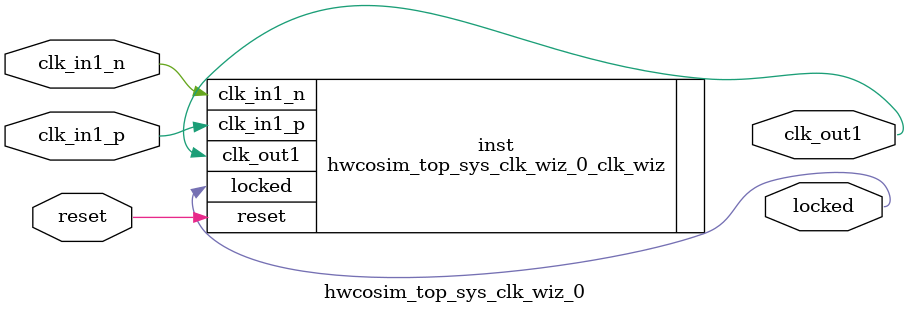
<source format=v>


`timescale 1ps/1ps

(* CORE_GENERATION_INFO = "hwcosim_top_sys_clk_wiz_0,clk_wiz_v5_3_0,{component_name=hwcosim_top_sys_clk_wiz_0,use_phase_alignment=true,use_min_o_jitter=false,use_max_i_jitter=false,use_dyn_phase_shift=false,use_inclk_switchover=false,use_dyn_reconfig=false,enable_axi=0,feedback_source=FDBK_AUTO,PRIMITIVE=MMCM,num_out_clk=1,clkin1_period=5.0,clkin2_period=10.0,use_power_down=false,use_reset=true,use_locked=true,use_inclk_stopped=false,feedback_type=SINGLE,CLOCK_MGR_TYPE=NA,manual_override=false}" *)

module hwcosim_top_sys_clk_wiz_0 
 (
 // Clock in ports
  input         clk_in1_p,
  input         clk_in1_n,
  // Clock out ports
  output        clk_out1,
  // Status and control signals
  input         reset,
  output        locked
 );

  hwcosim_top_sys_clk_wiz_0_clk_wiz inst
  (
 // Clock in ports
  .clk_in1_p(clk_in1_p),
  .clk_in1_n(clk_in1_n),
  // Clock out ports  
  .clk_out1(clk_out1),
  // Status and control signals               
  .reset(reset), 
  .locked(locked)            
  );

endmodule

</source>
